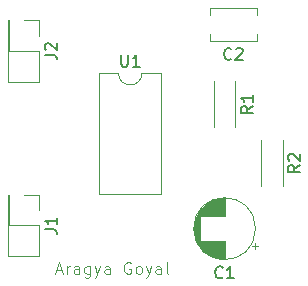
<source format=gto>
G04 #@! TF.GenerationSoftware,KiCad,Pcbnew,8.0.7*
G04 #@! TF.CreationDate,2025-01-21T22:00:36-05:00*
G04 #@! TF.ProjectId,A-Stable,412d5374-6162-46c6-952e-6b696361645f,rev?*
G04 #@! TF.SameCoordinates,Original*
G04 #@! TF.FileFunction,Legend,Top*
G04 #@! TF.FilePolarity,Positive*
%FSLAX46Y46*%
G04 Gerber Fmt 4.6, Leading zero omitted, Abs format (unit mm)*
G04 Created by KiCad (PCBNEW 8.0.7) date 2025-01-21 22:00:36*
%MOMM*%
%LPD*%
G01*
G04 APERTURE LIST*
%ADD10C,0.100000*%
%ADD11C,0.150000*%
%ADD12C,0.120000*%
%ADD13R,1.700000X1.700000*%
%ADD14O,1.700000X1.700000*%
%ADD15R,1.600000X1.600000*%
%ADD16O,1.600000X1.600000*%
%ADD17C,1.400000*%
%ADD18O,1.400000X1.400000*%
%ADD19C,1.600000*%
G04 APERTURE END LIST*
D10*
X145256265Y-108586704D02*
X145732455Y-108586704D01*
X145161027Y-108872419D02*
X145494360Y-107872419D01*
X145494360Y-107872419D02*
X145827693Y-108872419D01*
X146161027Y-108872419D02*
X146161027Y-108205752D01*
X146161027Y-108396228D02*
X146208646Y-108300990D01*
X146208646Y-108300990D02*
X146256265Y-108253371D01*
X146256265Y-108253371D02*
X146351503Y-108205752D01*
X146351503Y-108205752D02*
X146446741Y-108205752D01*
X147208646Y-108872419D02*
X147208646Y-108348609D01*
X147208646Y-108348609D02*
X147161027Y-108253371D01*
X147161027Y-108253371D02*
X147065789Y-108205752D01*
X147065789Y-108205752D02*
X146875313Y-108205752D01*
X146875313Y-108205752D02*
X146780075Y-108253371D01*
X147208646Y-108824800D02*
X147113408Y-108872419D01*
X147113408Y-108872419D02*
X146875313Y-108872419D01*
X146875313Y-108872419D02*
X146780075Y-108824800D01*
X146780075Y-108824800D02*
X146732456Y-108729561D01*
X146732456Y-108729561D02*
X146732456Y-108634323D01*
X146732456Y-108634323D02*
X146780075Y-108539085D01*
X146780075Y-108539085D02*
X146875313Y-108491466D01*
X146875313Y-108491466D02*
X147113408Y-108491466D01*
X147113408Y-108491466D02*
X147208646Y-108443847D01*
X148113408Y-108205752D02*
X148113408Y-109015276D01*
X148113408Y-109015276D02*
X148065789Y-109110514D01*
X148065789Y-109110514D02*
X148018170Y-109158133D01*
X148018170Y-109158133D02*
X147922932Y-109205752D01*
X147922932Y-109205752D02*
X147780075Y-109205752D01*
X147780075Y-109205752D02*
X147684837Y-109158133D01*
X148113408Y-108824800D02*
X148018170Y-108872419D01*
X148018170Y-108872419D02*
X147827694Y-108872419D01*
X147827694Y-108872419D02*
X147732456Y-108824800D01*
X147732456Y-108824800D02*
X147684837Y-108777180D01*
X147684837Y-108777180D02*
X147637218Y-108681942D01*
X147637218Y-108681942D02*
X147637218Y-108396228D01*
X147637218Y-108396228D02*
X147684837Y-108300990D01*
X147684837Y-108300990D02*
X147732456Y-108253371D01*
X147732456Y-108253371D02*
X147827694Y-108205752D01*
X147827694Y-108205752D02*
X148018170Y-108205752D01*
X148018170Y-108205752D02*
X148113408Y-108253371D01*
X148494361Y-108205752D02*
X148732456Y-108872419D01*
X148970551Y-108205752D02*
X148732456Y-108872419D01*
X148732456Y-108872419D02*
X148637218Y-109110514D01*
X148637218Y-109110514D02*
X148589599Y-109158133D01*
X148589599Y-109158133D02*
X148494361Y-109205752D01*
X149780075Y-108872419D02*
X149780075Y-108348609D01*
X149780075Y-108348609D02*
X149732456Y-108253371D01*
X149732456Y-108253371D02*
X149637218Y-108205752D01*
X149637218Y-108205752D02*
X149446742Y-108205752D01*
X149446742Y-108205752D02*
X149351504Y-108253371D01*
X149780075Y-108824800D02*
X149684837Y-108872419D01*
X149684837Y-108872419D02*
X149446742Y-108872419D01*
X149446742Y-108872419D02*
X149351504Y-108824800D01*
X149351504Y-108824800D02*
X149303885Y-108729561D01*
X149303885Y-108729561D02*
X149303885Y-108634323D01*
X149303885Y-108634323D02*
X149351504Y-108539085D01*
X149351504Y-108539085D02*
X149446742Y-108491466D01*
X149446742Y-108491466D02*
X149684837Y-108491466D01*
X149684837Y-108491466D02*
X149780075Y-108443847D01*
X151541980Y-107920038D02*
X151446742Y-107872419D01*
X151446742Y-107872419D02*
X151303885Y-107872419D01*
X151303885Y-107872419D02*
X151161028Y-107920038D01*
X151161028Y-107920038D02*
X151065790Y-108015276D01*
X151065790Y-108015276D02*
X151018171Y-108110514D01*
X151018171Y-108110514D02*
X150970552Y-108300990D01*
X150970552Y-108300990D02*
X150970552Y-108443847D01*
X150970552Y-108443847D02*
X151018171Y-108634323D01*
X151018171Y-108634323D02*
X151065790Y-108729561D01*
X151065790Y-108729561D02*
X151161028Y-108824800D01*
X151161028Y-108824800D02*
X151303885Y-108872419D01*
X151303885Y-108872419D02*
X151399123Y-108872419D01*
X151399123Y-108872419D02*
X151541980Y-108824800D01*
X151541980Y-108824800D02*
X151589599Y-108777180D01*
X151589599Y-108777180D02*
X151589599Y-108443847D01*
X151589599Y-108443847D02*
X151399123Y-108443847D01*
X152161028Y-108872419D02*
X152065790Y-108824800D01*
X152065790Y-108824800D02*
X152018171Y-108777180D01*
X152018171Y-108777180D02*
X151970552Y-108681942D01*
X151970552Y-108681942D02*
X151970552Y-108396228D01*
X151970552Y-108396228D02*
X152018171Y-108300990D01*
X152018171Y-108300990D02*
X152065790Y-108253371D01*
X152065790Y-108253371D02*
X152161028Y-108205752D01*
X152161028Y-108205752D02*
X152303885Y-108205752D01*
X152303885Y-108205752D02*
X152399123Y-108253371D01*
X152399123Y-108253371D02*
X152446742Y-108300990D01*
X152446742Y-108300990D02*
X152494361Y-108396228D01*
X152494361Y-108396228D02*
X152494361Y-108681942D01*
X152494361Y-108681942D02*
X152446742Y-108777180D01*
X152446742Y-108777180D02*
X152399123Y-108824800D01*
X152399123Y-108824800D02*
X152303885Y-108872419D01*
X152303885Y-108872419D02*
X152161028Y-108872419D01*
X152827695Y-108205752D02*
X153065790Y-108872419D01*
X153303885Y-108205752D02*
X153065790Y-108872419D01*
X153065790Y-108872419D02*
X152970552Y-109110514D01*
X152970552Y-109110514D02*
X152922933Y-109158133D01*
X152922933Y-109158133D02*
X152827695Y-109205752D01*
X154113409Y-108872419D02*
X154113409Y-108348609D01*
X154113409Y-108348609D02*
X154065790Y-108253371D01*
X154065790Y-108253371D02*
X153970552Y-108205752D01*
X153970552Y-108205752D02*
X153780076Y-108205752D01*
X153780076Y-108205752D02*
X153684838Y-108253371D01*
X154113409Y-108824800D02*
X154018171Y-108872419D01*
X154018171Y-108872419D02*
X153780076Y-108872419D01*
X153780076Y-108872419D02*
X153684838Y-108824800D01*
X153684838Y-108824800D02*
X153637219Y-108729561D01*
X153637219Y-108729561D02*
X153637219Y-108634323D01*
X153637219Y-108634323D02*
X153684838Y-108539085D01*
X153684838Y-108539085D02*
X153780076Y-108491466D01*
X153780076Y-108491466D02*
X154018171Y-108491466D01*
X154018171Y-108491466D02*
X154113409Y-108443847D01*
X154732457Y-108872419D02*
X154637219Y-108824800D01*
X154637219Y-108824800D02*
X154589600Y-108729561D01*
X154589600Y-108729561D02*
X154589600Y-107872419D01*
D11*
X144284819Y-90328333D02*
X144999104Y-90328333D01*
X144999104Y-90328333D02*
X145141961Y-90375952D01*
X145141961Y-90375952D02*
X145237200Y-90471190D01*
X145237200Y-90471190D02*
X145284819Y-90614047D01*
X145284819Y-90614047D02*
X145284819Y-90709285D01*
X144380057Y-89899761D02*
X144332438Y-89852142D01*
X144332438Y-89852142D02*
X144284819Y-89756904D01*
X144284819Y-89756904D02*
X144284819Y-89518809D01*
X144284819Y-89518809D02*
X144332438Y-89423571D01*
X144332438Y-89423571D02*
X144380057Y-89375952D01*
X144380057Y-89375952D02*
X144475295Y-89328333D01*
X144475295Y-89328333D02*
X144570533Y-89328333D01*
X144570533Y-89328333D02*
X144713390Y-89375952D01*
X144713390Y-89375952D02*
X145284819Y-89947380D01*
X145284819Y-89947380D02*
X145284819Y-89328333D01*
X150748095Y-90324819D02*
X150748095Y-91134342D01*
X150748095Y-91134342D02*
X150795714Y-91229580D01*
X150795714Y-91229580D02*
X150843333Y-91277200D01*
X150843333Y-91277200D02*
X150938571Y-91324819D01*
X150938571Y-91324819D02*
X151129047Y-91324819D01*
X151129047Y-91324819D02*
X151224285Y-91277200D01*
X151224285Y-91277200D02*
X151271904Y-91229580D01*
X151271904Y-91229580D02*
X151319523Y-91134342D01*
X151319523Y-91134342D02*
X151319523Y-90324819D01*
X152319523Y-91324819D02*
X151748095Y-91324819D01*
X152033809Y-91324819D02*
X152033809Y-90324819D01*
X152033809Y-90324819D02*
X151938571Y-90467676D01*
X151938571Y-90467676D02*
X151843333Y-90562914D01*
X151843333Y-90562914D02*
X151748095Y-90610533D01*
X144284819Y-105103333D02*
X144999104Y-105103333D01*
X144999104Y-105103333D02*
X145141961Y-105150952D01*
X145141961Y-105150952D02*
X145237200Y-105246190D01*
X145237200Y-105246190D02*
X145284819Y-105389047D01*
X145284819Y-105389047D02*
X145284819Y-105484285D01*
X145284819Y-104103333D02*
X145284819Y-104674761D01*
X145284819Y-104389047D02*
X144284819Y-104389047D01*
X144284819Y-104389047D02*
X144427676Y-104484285D01*
X144427676Y-104484285D02*
X144522914Y-104579523D01*
X144522914Y-104579523D02*
X144570533Y-104674761D01*
X161874819Y-94666666D02*
X161398628Y-94999999D01*
X161874819Y-95238094D02*
X160874819Y-95238094D01*
X160874819Y-95238094D02*
X160874819Y-94857142D01*
X160874819Y-94857142D02*
X160922438Y-94761904D01*
X160922438Y-94761904D02*
X160970057Y-94714285D01*
X160970057Y-94714285D02*
X161065295Y-94666666D01*
X161065295Y-94666666D02*
X161208152Y-94666666D01*
X161208152Y-94666666D02*
X161303390Y-94714285D01*
X161303390Y-94714285D02*
X161351009Y-94761904D01*
X161351009Y-94761904D02*
X161398628Y-94857142D01*
X161398628Y-94857142D02*
X161398628Y-95238094D01*
X161874819Y-93714285D02*
X161874819Y-94285713D01*
X161874819Y-93999999D02*
X160874819Y-93999999D01*
X160874819Y-93999999D02*
X161017676Y-94095237D01*
X161017676Y-94095237D02*
X161112914Y-94190475D01*
X161112914Y-94190475D02*
X161160533Y-94285713D01*
X165874819Y-99666666D02*
X165398628Y-99999999D01*
X165874819Y-100238094D02*
X164874819Y-100238094D01*
X164874819Y-100238094D02*
X164874819Y-99857142D01*
X164874819Y-99857142D02*
X164922438Y-99761904D01*
X164922438Y-99761904D02*
X164970057Y-99714285D01*
X164970057Y-99714285D02*
X165065295Y-99666666D01*
X165065295Y-99666666D02*
X165208152Y-99666666D01*
X165208152Y-99666666D02*
X165303390Y-99714285D01*
X165303390Y-99714285D02*
X165351009Y-99761904D01*
X165351009Y-99761904D02*
X165398628Y-99857142D01*
X165398628Y-99857142D02*
X165398628Y-100238094D01*
X164970057Y-99285713D02*
X164922438Y-99238094D01*
X164922438Y-99238094D02*
X164874819Y-99142856D01*
X164874819Y-99142856D02*
X164874819Y-98904761D01*
X164874819Y-98904761D02*
X164922438Y-98809523D01*
X164922438Y-98809523D02*
X164970057Y-98761904D01*
X164970057Y-98761904D02*
X165065295Y-98714285D01*
X165065295Y-98714285D02*
X165160533Y-98714285D01*
X165160533Y-98714285D02*
X165303390Y-98761904D01*
X165303390Y-98761904D02*
X165874819Y-99333332D01*
X165874819Y-99333332D02*
X165874819Y-98714285D01*
X160083333Y-90659580D02*
X160035714Y-90707200D01*
X160035714Y-90707200D02*
X159892857Y-90754819D01*
X159892857Y-90754819D02*
X159797619Y-90754819D01*
X159797619Y-90754819D02*
X159654762Y-90707200D01*
X159654762Y-90707200D02*
X159559524Y-90611961D01*
X159559524Y-90611961D02*
X159511905Y-90516723D01*
X159511905Y-90516723D02*
X159464286Y-90326247D01*
X159464286Y-90326247D02*
X159464286Y-90183390D01*
X159464286Y-90183390D02*
X159511905Y-89992914D01*
X159511905Y-89992914D02*
X159559524Y-89897676D01*
X159559524Y-89897676D02*
X159654762Y-89802438D01*
X159654762Y-89802438D02*
X159797619Y-89754819D01*
X159797619Y-89754819D02*
X159892857Y-89754819D01*
X159892857Y-89754819D02*
X160035714Y-89802438D01*
X160035714Y-89802438D02*
X160083333Y-89850057D01*
X160464286Y-89850057D02*
X160511905Y-89802438D01*
X160511905Y-89802438D02*
X160607143Y-89754819D01*
X160607143Y-89754819D02*
X160845238Y-89754819D01*
X160845238Y-89754819D02*
X160940476Y-89802438D01*
X160940476Y-89802438D02*
X160988095Y-89850057D01*
X160988095Y-89850057D02*
X161035714Y-89945295D01*
X161035714Y-89945295D02*
X161035714Y-90040533D01*
X161035714Y-90040533D02*
X160988095Y-90183390D01*
X160988095Y-90183390D02*
X160416667Y-90754819D01*
X160416667Y-90754819D02*
X161035714Y-90754819D01*
X159333333Y-109154468D02*
X159285714Y-109202088D01*
X159285714Y-109202088D02*
X159142857Y-109249707D01*
X159142857Y-109249707D02*
X159047619Y-109249707D01*
X159047619Y-109249707D02*
X158904762Y-109202088D01*
X158904762Y-109202088D02*
X158809524Y-109106849D01*
X158809524Y-109106849D02*
X158761905Y-109011611D01*
X158761905Y-109011611D02*
X158714286Y-108821135D01*
X158714286Y-108821135D02*
X158714286Y-108678278D01*
X158714286Y-108678278D02*
X158761905Y-108487802D01*
X158761905Y-108487802D02*
X158809524Y-108392564D01*
X158809524Y-108392564D02*
X158904762Y-108297326D01*
X158904762Y-108297326D02*
X159047619Y-108249707D01*
X159047619Y-108249707D02*
X159142857Y-108249707D01*
X159142857Y-108249707D02*
X159285714Y-108297326D01*
X159285714Y-108297326D02*
X159333333Y-108344945D01*
X160285714Y-109249707D02*
X159714286Y-109249707D01*
X160000000Y-109249707D02*
X160000000Y-108249707D01*
X160000000Y-108249707D02*
X159904762Y-108392564D01*
X159904762Y-108392564D02*
X159809524Y-108487802D01*
X159809524Y-108487802D02*
X159714286Y-108535421D01*
D12*
X143830000Y-87395000D02*
X143830000Y-88725000D01*
X142500000Y-87395000D02*
X143830000Y-87395000D01*
X141230000Y-87395000D02*
X141170000Y-87395000D01*
X141230000Y-87395000D02*
X141230000Y-89995000D01*
X141170000Y-87395000D02*
X141170000Y-92595000D01*
X143830000Y-89995000D02*
X143830000Y-92595000D01*
X141230000Y-89995000D02*
X143830000Y-89995000D01*
X143830000Y-92595000D02*
X141170000Y-92595000D01*
X148860000Y-91870000D02*
X148860000Y-102150000D01*
X148860000Y-102150000D02*
X154160000Y-102150000D01*
X150510000Y-91870000D02*
X148860000Y-91870000D01*
X154160000Y-91870000D02*
X152510000Y-91870000D01*
X154160000Y-102150000D02*
X154160000Y-91870000D01*
X152510000Y-91870000D02*
G75*
G02*
X150510000Y-91870000I-1000000J0D01*
G01*
X141170000Y-102170000D02*
X141170000Y-107370000D01*
X141230000Y-102170000D02*
X141170000Y-102170000D01*
X141230000Y-102170000D02*
X141230000Y-104770000D01*
X141230000Y-104770000D02*
X143830000Y-104770000D01*
X142500000Y-102170000D02*
X143830000Y-102170000D01*
X143830000Y-102170000D02*
X143830000Y-103500000D01*
X143830000Y-104770000D02*
X143830000Y-107370000D01*
X143830000Y-107370000D02*
X141170000Y-107370000D01*
X158580000Y-92580000D02*
X158580000Y-96420000D01*
X160420000Y-92580000D02*
X160420000Y-96420000D01*
X162580000Y-97580000D02*
X162580000Y-101420000D01*
X164420000Y-97580000D02*
X164420000Y-101420000D01*
X158230000Y-86955000D02*
X158230000Y-86330000D01*
X158230000Y-89170000D02*
X158230000Y-88545000D01*
X162270000Y-86330000D02*
X158230000Y-86330000D01*
X162270000Y-86955000D02*
X162270000Y-86330000D01*
X162270000Y-89170000D02*
X158230000Y-89170000D01*
X162270000Y-89170000D02*
X162270000Y-88545000D01*
X156899000Y-105328888D02*
X156899000Y-104760888D01*
X156939000Y-105562888D02*
X156939000Y-104526888D01*
X156979000Y-105721888D02*
X156979000Y-104367888D01*
X157019000Y-105849888D02*
X157019000Y-104239888D01*
X157059000Y-105959888D02*
X157059000Y-104129888D01*
X157099000Y-106055888D02*
X157099000Y-104033888D01*
X157139000Y-106142888D02*
X157139000Y-103946888D01*
X157179000Y-106222888D02*
X157179000Y-103866888D01*
X157219000Y-106295888D02*
X157219000Y-103793888D01*
X157259000Y-106363888D02*
X157259000Y-103725888D01*
X157299000Y-106427888D02*
X157299000Y-103661888D01*
X157339000Y-106487888D02*
X157339000Y-103601888D01*
X157379000Y-106544888D02*
X157379000Y-103544888D01*
X157419000Y-106598888D02*
X157419000Y-103490888D01*
X157459000Y-106649888D02*
X157459000Y-103439888D01*
X157499000Y-104004888D02*
X157499000Y-103391888D01*
X157499000Y-106697888D02*
X157499000Y-106084888D01*
X157539000Y-104004888D02*
X157539000Y-103345888D01*
X157539000Y-106743888D02*
X157539000Y-106084888D01*
X157579000Y-104004888D02*
X157579000Y-103301888D01*
X157579000Y-106787888D02*
X157579000Y-106084888D01*
X157619000Y-104004888D02*
X157619000Y-103259888D01*
X157619000Y-106829888D02*
X157619000Y-106084888D01*
X157659000Y-104004888D02*
X157659000Y-103218888D01*
X157659000Y-106870888D02*
X157659000Y-106084888D01*
X157699000Y-104004888D02*
X157699000Y-103180888D01*
X157699000Y-106908888D02*
X157699000Y-106084888D01*
X157739000Y-104004888D02*
X157739000Y-103143888D01*
X157739000Y-106945888D02*
X157739000Y-106084888D01*
X157779000Y-104004888D02*
X157779000Y-103107888D01*
X157779000Y-106981888D02*
X157779000Y-106084888D01*
X157819000Y-104004888D02*
X157819000Y-103073888D01*
X157819000Y-107015888D02*
X157819000Y-106084888D01*
X157859000Y-104004888D02*
X157859000Y-103040888D01*
X157859000Y-107048888D02*
X157859000Y-106084888D01*
X157899000Y-104004888D02*
X157899000Y-103009888D01*
X157899000Y-107079888D02*
X157899000Y-106084888D01*
X157939000Y-104004888D02*
X157939000Y-102979888D01*
X157939000Y-107109888D02*
X157939000Y-106084888D01*
X157979000Y-104004888D02*
X157979000Y-102949888D01*
X157979000Y-107139888D02*
X157979000Y-106084888D01*
X158019000Y-104004888D02*
X158019000Y-102922888D01*
X158019000Y-107166888D02*
X158019000Y-106084888D01*
X158059000Y-104004888D02*
X158059000Y-102895888D01*
X158059000Y-107193888D02*
X158059000Y-106084888D01*
X158099000Y-104004888D02*
X158099000Y-102869888D01*
X158099000Y-107219888D02*
X158099000Y-106084888D01*
X158139000Y-104004888D02*
X158139000Y-102844888D01*
X158139000Y-107244888D02*
X158139000Y-106084888D01*
X158179000Y-104004888D02*
X158179000Y-102820888D01*
X158179000Y-107268888D02*
X158179000Y-106084888D01*
X158219000Y-104004888D02*
X158219000Y-102797888D01*
X158219000Y-107291888D02*
X158219000Y-106084888D01*
X158259000Y-104004888D02*
X158259000Y-102776888D01*
X158259000Y-107312888D02*
X158259000Y-106084888D01*
X158299000Y-104004888D02*
X158299000Y-102754888D01*
X158299000Y-107334888D02*
X158299000Y-106084888D01*
X158339000Y-104004888D02*
X158339000Y-102734888D01*
X158339000Y-107354888D02*
X158339000Y-106084888D01*
X158379000Y-104004888D02*
X158379000Y-102715888D01*
X158379000Y-107373888D02*
X158379000Y-106084888D01*
X158419000Y-104004888D02*
X158419000Y-102696888D01*
X158419000Y-107392888D02*
X158419000Y-106084888D01*
X158459000Y-104004888D02*
X158459000Y-102679888D01*
X158459000Y-107409888D02*
X158459000Y-106084888D01*
X158499000Y-104004888D02*
X158499000Y-102662888D01*
X158499000Y-107426888D02*
X158499000Y-106084888D01*
X158539000Y-104004888D02*
X158539000Y-102646888D01*
X158539000Y-107442888D02*
X158539000Y-106084888D01*
X158579000Y-104004888D02*
X158579000Y-102630888D01*
X158579000Y-107458888D02*
X158579000Y-106084888D01*
X158619000Y-104004888D02*
X158619000Y-102616888D01*
X158619000Y-107472888D02*
X158619000Y-106084888D01*
X158659000Y-104004888D02*
X158659000Y-102602888D01*
X158659000Y-107486888D02*
X158659000Y-106084888D01*
X158699000Y-104004888D02*
X158699000Y-102589888D01*
X158699000Y-107499888D02*
X158699000Y-106084888D01*
X158739000Y-104004888D02*
X158739000Y-102576888D01*
X158739000Y-107512888D02*
X158739000Y-106084888D01*
X158779000Y-104004888D02*
X158779000Y-102564888D01*
X158779000Y-107524888D02*
X158779000Y-106084888D01*
X158820000Y-104004888D02*
X158820000Y-102553888D01*
X158820000Y-107535888D02*
X158820000Y-106084888D01*
X158860000Y-104004888D02*
X158860000Y-102543888D01*
X158860000Y-107545888D02*
X158860000Y-106084888D01*
X158900000Y-104004888D02*
X158900000Y-102533888D01*
X158900000Y-107555888D02*
X158900000Y-106084888D01*
X158940000Y-104004888D02*
X158940000Y-102524888D01*
X158940000Y-107564888D02*
X158940000Y-106084888D01*
X158980000Y-104004888D02*
X158980000Y-102516888D01*
X158980000Y-107572888D02*
X158980000Y-106084888D01*
X159020000Y-104004888D02*
X159020000Y-102508888D01*
X159020000Y-107580888D02*
X159020000Y-106084888D01*
X159060000Y-104004888D02*
X159060000Y-102501888D01*
X159060000Y-107587888D02*
X159060000Y-106084888D01*
X159100000Y-104004888D02*
X159100000Y-102494888D01*
X159100000Y-107594888D02*
X159100000Y-106084888D01*
X159140000Y-104004888D02*
X159140000Y-102488888D01*
X159140000Y-107600888D02*
X159140000Y-106084888D01*
X159180000Y-104004888D02*
X159180000Y-102483888D01*
X159180000Y-107605888D02*
X159180000Y-106084888D01*
X159220000Y-104004888D02*
X159220000Y-102479888D01*
X159220000Y-107609888D02*
X159220000Y-106084888D01*
X159260000Y-104004888D02*
X159260000Y-102475888D01*
X159260000Y-107613888D02*
X159260000Y-106084888D01*
X159300000Y-104004888D02*
X159300000Y-102471888D01*
X159300000Y-107617888D02*
X159300000Y-106084888D01*
X159340000Y-104004888D02*
X159340000Y-102468888D01*
X159340000Y-107620888D02*
X159340000Y-106084888D01*
X159380000Y-104004888D02*
X159380000Y-102466888D01*
X159380000Y-107622888D02*
X159380000Y-106084888D01*
X159420000Y-104004888D02*
X159420000Y-102465888D01*
X159420000Y-107623888D02*
X159420000Y-106084888D01*
X159460000Y-104004888D02*
X159460000Y-102464888D01*
X159460000Y-107624888D02*
X159460000Y-106084888D01*
X159500000Y-104004888D02*
X159500000Y-102464888D01*
X159500000Y-107624888D02*
X159500000Y-106084888D01*
X162054775Y-106769888D02*
X162054775Y-106269888D01*
X162304775Y-106519888D02*
X161804775Y-106519888D01*
X162120000Y-105044888D02*
G75*
G02*
X156880000Y-105044888I-2620000J0D01*
G01*
X156880000Y-105044888D02*
G75*
G02*
X162120000Y-105044888I2620000J0D01*
G01*
%LPC*%
D13*
X142500000Y-88725000D03*
D14*
X142500000Y-91265000D03*
D15*
X147700000Y-93200000D03*
D16*
X147700000Y-95740000D03*
X147700000Y-98280000D03*
X147700000Y-100820000D03*
X155320000Y-100820000D03*
X155320000Y-98280000D03*
X155320000Y-95740000D03*
X155320000Y-93200000D03*
D13*
X142500000Y-103500000D03*
D14*
X142500000Y-106040000D03*
D17*
X159500000Y-91960000D03*
D18*
X159500000Y-97040000D03*
D17*
X163500000Y-96960000D03*
D18*
X163500000Y-102040000D03*
D19*
X161500000Y-87750000D03*
X159000000Y-87750000D03*
D15*
X160500000Y-105044888D03*
D19*
X158500000Y-105044888D03*
%LPD*%
M02*

</source>
